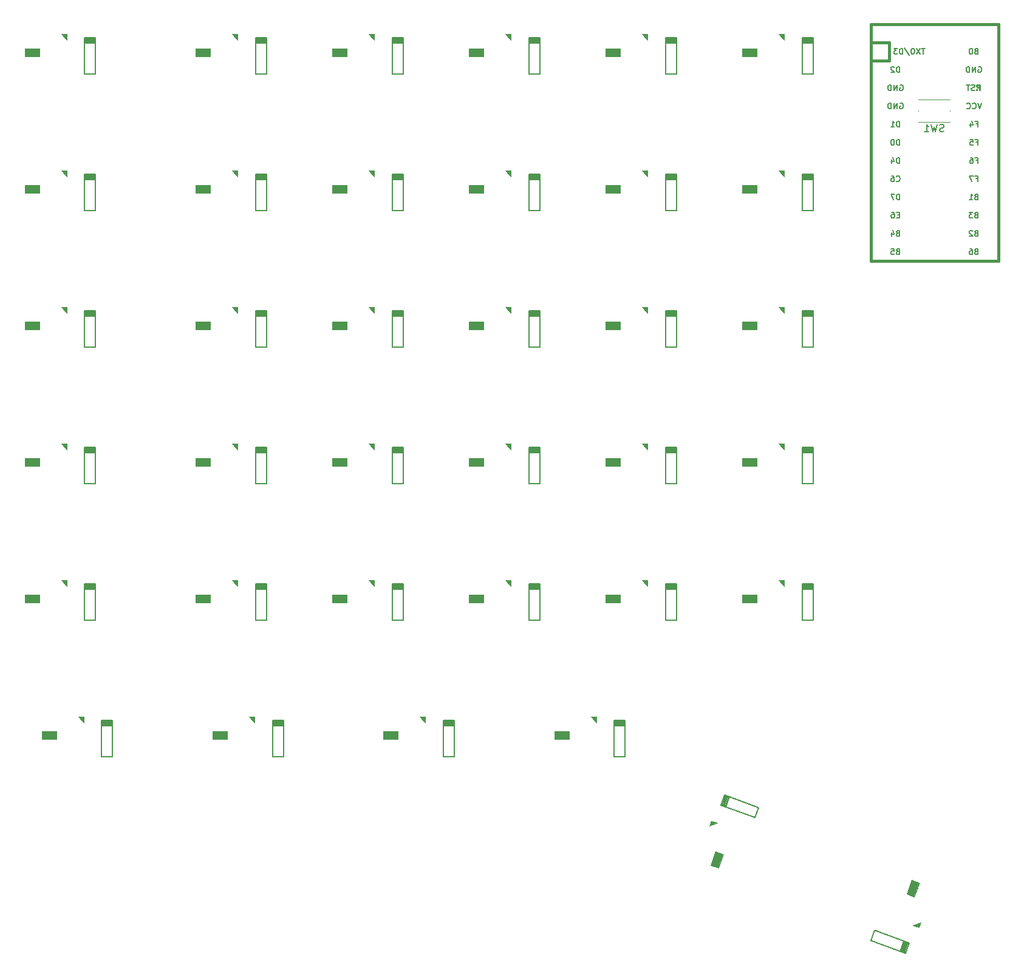
<source format=gbr>
G04 #@! TF.GenerationSoftware,KiCad,Pcbnew,(5.1.6)-1*
G04 #@! TF.CreationDate,2020-09-20T11:30:11-07:00*
G04 #@! TF.ProjectId,ortho_half,6f727468-6f5f-4686-916c-662e6b696361,rev?*
G04 #@! TF.SameCoordinates,Original*
G04 #@! TF.FileFunction,Legend,Bot*
G04 #@! TF.FilePolarity,Positive*
%FSLAX46Y46*%
G04 Gerber Fmt 4.6, Leading zero omitted, Abs format (unit mm)*
G04 Created by KiCad (PCBNEW (5.1.6)-1) date 2020-09-20 11:30:11*
%MOMM*%
%LPD*%
G01*
G04 APERTURE LIST*
%ADD10C,0.100000*%
%ADD11C,0.150000*%
%ADD12C,0.381000*%
%ADD13C,0.120000*%
G04 APERTURE END LIST*
D10*
G36*
X139245500Y-137595905D02*
G01*
X139940485Y-135686449D01*
X138866417Y-135295520D01*
X138171432Y-137204976D01*
X139245500Y-137595905D01*
G37*
X139245500Y-137595905D02*
X139940485Y-135686449D01*
X138866417Y-135295520D01*
X138171432Y-137204976D01*
X139245500Y-137595905D01*
G36*
X140112478Y-141155073D02*
G01*
X139016472Y-141567063D01*
X139851859Y-141871118D01*
X140112478Y-141155073D01*
G37*
X140112478Y-141155073D02*
X139016472Y-141567063D01*
X139851859Y-141871118D01*
X140112478Y-141155073D01*
D11*
X137801210Y-143789543D02*
X137279971Y-145221635D01*
X137920551Y-143832980D02*
X137399312Y-145265071D01*
X137518653Y-145308508D02*
X138039892Y-143876416D01*
X138397915Y-144006726D02*
X137876676Y-145438818D01*
X137757335Y-145395381D02*
X138278574Y-143963289D01*
X133743617Y-142312700D02*
X134220981Y-142486447D01*
X138159233Y-143919853D02*
X137637994Y-145351944D01*
X133222378Y-143744792D02*
X133743617Y-142312700D01*
X137996017Y-145482254D02*
X133222378Y-143744792D01*
X133743617Y-142312700D02*
X138517256Y-144050163D01*
X138517256Y-144050163D02*
X137996017Y-145482254D01*
D10*
G36*
X111535584Y-131294535D02*
G01*
X110840599Y-133203991D01*
X111914667Y-133594920D01*
X112609652Y-131685464D01*
X111535584Y-131294535D01*
G37*
X111535584Y-131294535D02*
X110840599Y-133203991D01*
X111914667Y-133594920D01*
X112609652Y-131685464D01*
X111535584Y-131294535D01*
G36*
X110668606Y-127735367D02*
G01*
X111764612Y-127323377D01*
X110929225Y-127019322D01*
X110668606Y-127735367D01*
G37*
X110668606Y-127735367D02*
X111764612Y-127323377D01*
X110929225Y-127019322D01*
X110668606Y-127735367D01*
D11*
X112979874Y-125100897D02*
X113501113Y-123668805D01*
X112860533Y-125057460D02*
X113381772Y-123625369D01*
X113262431Y-123581932D02*
X112741192Y-125014024D01*
X112383169Y-124883714D02*
X112904408Y-123451622D01*
X113023749Y-123495059D02*
X112502510Y-124927151D01*
X117037467Y-126577740D02*
X116560103Y-126403993D01*
X112621851Y-124970587D02*
X113143090Y-123538496D01*
X117558706Y-125145648D02*
X117037467Y-126577740D01*
X112785067Y-123408186D02*
X117558706Y-125145648D01*
X117037467Y-126577740D02*
X112263828Y-124840277D01*
X112263828Y-124840277D02*
X112785067Y-123408186D01*
D12*
X135737600Y-20955000D02*
X133197600Y-20955000D01*
X135737600Y-18415000D02*
X135737600Y-20955000D01*
D11*
G36*
X148132235Y-24704030D02*
G01*
X148132235Y-24804030D01*
X148232235Y-24804030D01*
X148232235Y-24704030D01*
X148132235Y-24704030D01*
G37*
X148132235Y-24704030D02*
X148132235Y-24804030D01*
X148232235Y-24804030D01*
X148232235Y-24704030D01*
X148132235Y-24704030D01*
G36*
X148332235Y-24304030D02*
G01*
X148332235Y-25104030D01*
X148432235Y-25104030D01*
X148432235Y-24304030D01*
X148332235Y-24304030D01*
G37*
X148332235Y-24304030D02*
X148332235Y-25104030D01*
X148432235Y-25104030D01*
X148432235Y-24304030D01*
X148332235Y-24304030D01*
G36*
X147932235Y-24904030D02*
G01*
X147932235Y-25104030D01*
X148032235Y-25104030D01*
X148032235Y-24904030D01*
X147932235Y-24904030D01*
G37*
X147932235Y-24904030D02*
X147932235Y-25104030D01*
X148032235Y-25104030D01*
X148032235Y-24904030D01*
X147932235Y-24904030D01*
G36*
X147932235Y-24304030D02*
G01*
X147932235Y-24604030D01*
X148032235Y-24604030D01*
X148032235Y-24304030D01*
X147932235Y-24304030D01*
G37*
X147932235Y-24304030D02*
X147932235Y-24604030D01*
X148032235Y-24604030D01*
X148032235Y-24304030D01*
X147932235Y-24304030D01*
G36*
X147932235Y-24304030D02*
G01*
X147932235Y-24404030D01*
X148432235Y-24404030D01*
X148432235Y-24304030D01*
X147932235Y-24304030D01*
G37*
X147932235Y-24304030D02*
X147932235Y-24404030D01*
X148432235Y-24404030D01*
X148432235Y-24304030D01*
X147932235Y-24304030D01*
D12*
X150977600Y-48895000D02*
X150977600Y-15875000D01*
X133197600Y-48895000D02*
X150977600Y-48895000D01*
X133197600Y-15875000D02*
X133197600Y-48895000D01*
X150977600Y-15875000D02*
X133197600Y-15875000D01*
X135737600Y-18415000D02*
X133197600Y-18415000D01*
D13*
X144211400Y-27915400D02*
X144211400Y-28015400D01*
X139811400Y-26415400D02*
X144211400Y-26415400D01*
X144211400Y-29515400D02*
X139811400Y-29515400D01*
X139811400Y-27915400D02*
X139811400Y-28015400D01*
D11*
X97404593Y-112967340D02*
X98928593Y-112967340D01*
X97404593Y-118047340D02*
X97404593Y-112967340D01*
X98928593Y-112967340D02*
X98928593Y-118047340D01*
X98928593Y-118047340D02*
X97404593Y-118047340D01*
X97404593Y-113348340D02*
X98928593Y-113348340D01*
X97404593Y-118047340D02*
X97404593Y-117539340D01*
X98928593Y-113221340D02*
X97404593Y-113221340D01*
X97404593Y-113094340D02*
X98928593Y-113094340D01*
X98928593Y-113475340D02*
X97404593Y-113475340D01*
X97404593Y-113602340D02*
X98928593Y-113602340D01*
X97404593Y-113729340D02*
X98928593Y-113729340D01*
D10*
G36*
X94138500Y-112458500D02*
G01*
X94900500Y-113347500D01*
X94900500Y-112458500D01*
X94138500Y-112458500D01*
G37*
X94138500Y-112458500D02*
X94900500Y-113347500D01*
X94900500Y-112458500D01*
X94138500Y-112458500D01*
G36*
X91090500Y-114490500D02*
G01*
X89058500Y-114490500D01*
X89058500Y-115633500D01*
X91090500Y-115633500D01*
X91090500Y-114490500D01*
G37*
X91090500Y-114490500D02*
X89058500Y-114490500D01*
X89058500Y-115633500D01*
X91090500Y-115633500D01*
X91090500Y-114490500D01*
D11*
X73592093Y-112967340D02*
X75116093Y-112967340D01*
X73592093Y-118047340D02*
X73592093Y-112967340D01*
X75116093Y-112967340D02*
X75116093Y-118047340D01*
X75116093Y-118047340D02*
X73592093Y-118047340D01*
X73592093Y-113348340D02*
X75116093Y-113348340D01*
X73592093Y-118047340D02*
X73592093Y-117539340D01*
X75116093Y-113221340D02*
X73592093Y-113221340D01*
X73592093Y-113094340D02*
X75116093Y-113094340D01*
X75116093Y-113475340D02*
X73592093Y-113475340D01*
X73592093Y-113602340D02*
X75116093Y-113602340D01*
X73592093Y-113729340D02*
X75116093Y-113729340D01*
D10*
G36*
X70326000Y-112458500D02*
G01*
X71088000Y-113347500D01*
X71088000Y-112458500D01*
X70326000Y-112458500D01*
G37*
X70326000Y-112458500D02*
X71088000Y-113347500D01*
X71088000Y-112458500D01*
X70326000Y-112458500D01*
G36*
X67278000Y-114490500D02*
G01*
X65246000Y-114490500D01*
X65246000Y-115633500D01*
X67278000Y-115633500D01*
X67278000Y-114490500D01*
G37*
X67278000Y-114490500D02*
X65246000Y-114490500D01*
X65246000Y-115633500D01*
X67278000Y-115633500D01*
X67278000Y-114490500D01*
D11*
X49779593Y-112967340D02*
X51303593Y-112967340D01*
X49779593Y-118047340D02*
X49779593Y-112967340D01*
X51303593Y-112967340D02*
X51303593Y-118047340D01*
X51303593Y-118047340D02*
X49779593Y-118047340D01*
X49779593Y-113348340D02*
X51303593Y-113348340D01*
X49779593Y-118047340D02*
X49779593Y-117539340D01*
X51303593Y-113221340D02*
X49779593Y-113221340D01*
X49779593Y-113094340D02*
X51303593Y-113094340D01*
X51303593Y-113475340D02*
X49779593Y-113475340D01*
X49779593Y-113602340D02*
X51303593Y-113602340D01*
X49779593Y-113729340D02*
X51303593Y-113729340D01*
D10*
G36*
X46513500Y-112458500D02*
G01*
X47275500Y-113347500D01*
X47275500Y-112458500D01*
X46513500Y-112458500D01*
G37*
X46513500Y-112458500D02*
X47275500Y-113347500D01*
X47275500Y-112458500D01*
X46513500Y-112458500D01*
G36*
X43465500Y-114490500D02*
G01*
X41433500Y-114490500D01*
X41433500Y-115633500D01*
X43465500Y-115633500D01*
X43465500Y-114490500D01*
G37*
X43465500Y-114490500D02*
X41433500Y-114490500D01*
X41433500Y-115633500D01*
X43465500Y-115633500D01*
X43465500Y-114490500D01*
D11*
X25967093Y-112967340D02*
X27491093Y-112967340D01*
X25967093Y-118047340D02*
X25967093Y-112967340D01*
X27491093Y-112967340D02*
X27491093Y-118047340D01*
X27491093Y-118047340D02*
X25967093Y-118047340D01*
X25967093Y-113348340D02*
X27491093Y-113348340D01*
X25967093Y-118047340D02*
X25967093Y-117539340D01*
X27491093Y-113221340D02*
X25967093Y-113221340D01*
X25967093Y-113094340D02*
X27491093Y-113094340D01*
X27491093Y-113475340D02*
X25967093Y-113475340D01*
X25967093Y-113602340D02*
X27491093Y-113602340D01*
X25967093Y-113729340D02*
X27491093Y-113729340D01*
D10*
G36*
X22701000Y-112458500D02*
G01*
X23463000Y-113347500D01*
X23463000Y-112458500D01*
X22701000Y-112458500D01*
G37*
X22701000Y-112458500D02*
X23463000Y-113347500D01*
X23463000Y-112458500D01*
X22701000Y-112458500D01*
G36*
X19653000Y-114490500D02*
G01*
X17621000Y-114490500D01*
X17621000Y-115633500D01*
X19653000Y-115633500D01*
X19653000Y-114490500D01*
G37*
X19653000Y-114490500D02*
X17621000Y-114490500D01*
X17621000Y-115633500D01*
X19653000Y-115633500D01*
X19653000Y-114490500D01*
D11*
X123598593Y-93917340D02*
X125122593Y-93917340D01*
X123598593Y-98997340D02*
X123598593Y-93917340D01*
X125122593Y-93917340D02*
X125122593Y-98997340D01*
X125122593Y-98997340D02*
X123598593Y-98997340D01*
X123598593Y-94298340D02*
X125122593Y-94298340D01*
X123598593Y-98997340D02*
X123598593Y-98489340D01*
X125122593Y-94171340D02*
X123598593Y-94171340D01*
X123598593Y-94044340D02*
X125122593Y-94044340D01*
X125122593Y-94425340D02*
X123598593Y-94425340D01*
X123598593Y-94552340D02*
X125122593Y-94552340D01*
X123598593Y-94679340D02*
X125122593Y-94679340D01*
D10*
G36*
X120332500Y-93408500D02*
G01*
X121094500Y-94297500D01*
X121094500Y-93408500D01*
X120332500Y-93408500D01*
G37*
X120332500Y-93408500D02*
X121094500Y-94297500D01*
X121094500Y-93408500D01*
X120332500Y-93408500D01*
G36*
X117284500Y-95440500D02*
G01*
X115252500Y-95440500D01*
X115252500Y-96583500D01*
X117284500Y-96583500D01*
X117284500Y-95440500D01*
G37*
X117284500Y-95440500D02*
X115252500Y-95440500D01*
X115252500Y-96583500D01*
X117284500Y-96583500D01*
X117284500Y-95440500D01*
D11*
X104548593Y-93917340D02*
X106072593Y-93917340D01*
X104548593Y-98997340D02*
X104548593Y-93917340D01*
X106072593Y-93917340D02*
X106072593Y-98997340D01*
X106072593Y-98997340D02*
X104548593Y-98997340D01*
X104548593Y-94298340D02*
X106072593Y-94298340D01*
X104548593Y-98997340D02*
X104548593Y-98489340D01*
X106072593Y-94171340D02*
X104548593Y-94171340D01*
X104548593Y-94044340D02*
X106072593Y-94044340D01*
X106072593Y-94425340D02*
X104548593Y-94425340D01*
X104548593Y-94552340D02*
X106072593Y-94552340D01*
X104548593Y-94679340D02*
X106072593Y-94679340D01*
D10*
G36*
X101282500Y-93408500D02*
G01*
X102044500Y-94297500D01*
X102044500Y-93408500D01*
X101282500Y-93408500D01*
G37*
X101282500Y-93408500D02*
X102044500Y-94297500D01*
X102044500Y-93408500D01*
X101282500Y-93408500D01*
G36*
X98234500Y-95440500D02*
G01*
X96202500Y-95440500D01*
X96202500Y-96583500D01*
X98234500Y-96583500D01*
X98234500Y-95440500D01*
G37*
X98234500Y-95440500D02*
X96202500Y-95440500D01*
X96202500Y-96583500D01*
X98234500Y-96583500D01*
X98234500Y-95440500D01*
D11*
X85498593Y-93917340D02*
X87022593Y-93917340D01*
X85498593Y-98997340D02*
X85498593Y-93917340D01*
X87022593Y-93917340D02*
X87022593Y-98997340D01*
X87022593Y-98997340D02*
X85498593Y-98997340D01*
X85498593Y-94298340D02*
X87022593Y-94298340D01*
X85498593Y-98997340D02*
X85498593Y-98489340D01*
X87022593Y-94171340D02*
X85498593Y-94171340D01*
X85498593Y-94044340D02*
X87022593Y-94044340D01*
X87022593Y-94425340D02*
X85498593Y-94425340D01*
X85498593Y-94552340D02*
X87022593Y-94552340D01*
X85498593Y-94679340D02*
X87022593Y-94679340D01*
D10*
G36*
X82232500Y-93408500D02*
G01*
X82994500Y-94297500D01*
X82994500Y-93408500D01*
X82232500Y-93408500D01*
G37*
X82232500Y-93408500D02*
X82994500Y-94297500D01*
X82994500Y-93408500D01*
X82232500Y-93408500D01*
G36*
X79184500Y-95440500D02*
G01*
X77152500Y-95440500D01*
X77152500Y-96583500D01*
X79184500Y-96583500D01*
X79184500Y-95440500D01*
G37*
X79184500Y-95440500D02*
X77152500Y-95440500D01*
X77152500Y-96583500D01*
X79184500Y-96583500D01*
X79184500Y-95440500D01*
D11*
X66448593Y-93917340D02*
X67972593Y-93917340D01*
X66448593Y-98997340D02*
X66448593Y-93917340D01*
X67972593Y-93917340D02*
X67972593Y-98997340D01*
X67972593Y-98997340D02*
X66448593Y-98997340D01*
X66448593Y-94298340D02*
X67972593Y-94298340D01*
X66448593Y-98997340D02*
X66448593Y-98489340D01*
X67972593Y-94171340D02*
X66448593Y-94171340D01*
X66448593Y-94044340D02*
X67972593Y-94044340D01*
X67972593Y-94425340D02*
X66448593Y-94425340D01*
X66448593Y-94552340D02*
X67972593Y-94552340D01*
X66448593Y-94679340D02*
X67972593Y-94679340D01*
D10*
G36*
X63182500Y-93408500D02*
G01*
X63944500Y-94297500D01*
X63944500Y-93408500D01*
X63182500Y-93408500D01*
G37*
X63182500Y-93408500D02*
X63944500Y-94297500D01*
X63944500Y-93408500D01*
X63182500Y-93408500D01*
G36*
X60134500Y-95440500D02*
G01*
X58102500Y-95440500D01*
X58102500Y-96583500D01*
X60134500Y-96583500D01*
X60134500Y-95440500D01*
G37*
X60134500Y-95440500D02*
X58102500Y-95440500D01*
X58102500Y-96583500D01*
X60134500Y-96583500D01*
X60134500Y-95440500D01*
D11*
X47398593Y-93917340D02*
X48922593Y-93917340D01*
X47398593Y-98997340D02*
X47398593Y-93917340D01*
X48922593Y-93917340D02*
X48922593Y-98997340D01*
X48922593Y-98997340D02*
X47398593Y-98997340D01*
X47398593Y-94298340D02*
X48922593Y-94298340D01*
X47398593Y-98997340D02*
X47398593Y-98489340D01*
X48922593Y-94171340D02*
X47398593Y-94171340D01*
X47398593Y-94044340D02*
X48922593Y-94044340D01*
X48922593Y-94425340D02*
X47398593Y-94425340D01*
X47398593Y-94552340D02*
X48922593Y-94552340D01*
X47398593Y-94679340D02*
X48922593Y-94679340D01*
D10*
G36*
X44132500Y-93408500D02*
G01*
X44894500Y-94297500D01*
X44894500Y-93408500D01*
X44132500Y-93408500D01*
G37*
X44132500Y-93408500D02*
X44894500Y-94297500D01*
X44894500Y-93408500D01*
X44132500Y-93408500D01*
G36*
X41084500Y-95440500D02*
G01*
X39052500Y-95440500D01*
X39052500Y-96583500D01*
X41084500Y-96583500D01*
X41084500Y-95440500D01*
G37*
X41084500Y-95440500D02*
X39052500Y-95440500D01*
X39052500Y-96583500D01*
X41084500Y-96583500D01*
X41084500Y-95440500D01*
G36*
X17272500Y-95440500D02*
G01*
X15240500Y-95440500D01*
X15240500Y-96583500D01*
X17272500Y-96583500D01*
X17272500Y-95440500D01*
G37*
X17272500Y-95440500D02*
X15240500Y-95440500D01*
X15240500Y-96583500D01*
X17272500Y-96583500D01*
X17272500Y-95440500D01*
G36*
X20320500Y-93408500D02*
G01*
X21082500Y-94297500D01*
X21082500Y-93408500D01*
X20320500Y-93408500D01*
G37*
X20320500Y-93408500D02*
X21082500Y-94297500D01*
X21082500Y-93408500D01*
X20320500Y-93408500D01*
D11*
X23586593Y-94679340D02*
X25110593Y-94679340D01*
X23586593Y-94552340D02*
X25110593Y-94552340D01*
X25110593Y-94425340D02*
X23586593Y-94425340D01*
X23586593Y-94044340D02*
X25110593Y-94044340D01*
X25110593Y-94171340D02*
X23586593Y-94171340D01*
X23586593Y-98997340D02*
X23586593Y-98489340D01*
X23586593Y-94298340D02*
X25110593Y-94298340D01*
X25110593Y-98997340D02*
X23586593Y-98997340D01*
X25110593Y-93917340D02*
X25110593Y-98997340D01*
X23586593Y-98997340D02*
X23586593Y-93917340D01*
X23586593Y-93917340D02*
X25110593Y-93917340D01*
X123598593Y-74867340D02*
X125122593Y-74867340D01*
X123598593Y-79947340D02*
X123598593Y-74867340D01*
X125122593Y-74867340D02*
X125122593Y-79947340D01*
X125122593Y-79947340D02*
X123598593Y-79947340D01*
X123598593Y-75248340D02*
X125122593Y-75248340D01*
X123598593Y-79947340D02*
X123598593Y-79439340D01*
X125122593Y-75121340D02*
X123598593Y-75121340D01*
X123598593Y-74994340D02*
X125122593Y-74994340D01*
X125122593Y-75375340D02*
X123598593Y-75375340D01*
X123598593Y-75502340D02*
X125122593Y-75502340D01*
X123598593Y-75629340D02*
X125122593Y-75629340D01*
D10*
G36*
X120332500Y-74358500D02*
G01*
X121094500Y-75247500D01*
X121094500Y-74358500D01*
X120332500Y-74358500D01*
G37*
X120332500Y-74358500D02*
X121094500Y-75247500D01*
X121094500Y-74358500D01*
X120332500Y-74358500D01*
G36*
X117284500Y-76390500D02*
G01*
X115252500Y-76390500D01*
X115252500Y-77533500D01*
X117284500Y-77533500D01*
X117284500Y-76390500D01*
G37*
X117284500Y-76390500D02*
X115252500Y-76390500D01*
X115252500Y-77533500D01*
X117284500Y-77533500D01*
X117284500Y-76390500D01*
D11*
X104548593Y-74867340D02*
X106072593Y-74867340D01*
X104548593Y-79947340D02*
X104548593Y-74867340D01*
X106072593Y-74867340D02*
X106072593Y-79947340D01*
X106072593Y-79947340D02*
X104548593Y-79947340D01*
X104548593Y-75248340D02*
X106072593Y-75248340D01*
X104548593Y-79947340D02*
X104548593Y-79439340D01*
X106072593Y-75121340D02*
X104548593Y-75121340D01*
X104548593Y-74994340D02*
X106072593Y-74994340D01*
X106072593Y-75375340D02*
X104548593Y-75375340D01*
X104548593Y-75502340D02*
X106072593Y-75502340D01*
X104548593Y-75629340D02*
X106072593Y-75629340D01*
D10*
G36*
X101282500Y-74358500D02*
G01*
X102044500Y-75247500D01*
X102044500Y-74358500D01*
X101282500Y-74358500D01*
G37*
X101282500Y-74358500D02*
X102044500Y-75247500D01*
X102044500Y-74358500D01*
X101282500Y-74358500D01*
G36*
X98234500Y-76390500D02*
G01*
X96202500Y-76390500D01*
X96202500Y-77533500D01*
X98234500Y-77533500D01*
X98234500Y-76390500D01*
G37*
X98234500Y-76390500D02*
X96202500Y-76390500D01*
X96202500Y-77533500D01*
X98234500Y-77533500D01*
X98234500Y-76390500D01*
D11*
X85498593Y-74867340D02*
X87022593Y-74867340D01*
X85498593Y-79947340D02*
X85498593Y-74867340D01*
X87022593Y-74867340D02*
X87022593Y-79947340D01*
X87022593Y-79947340D02*
X85498593Y-79947340D01*
X85498593Y-75248340D02*
X87022593Y-75248340D01*
X85498593Y-79947340D02*
X85498593Y-79439340D01*
X87022593Y-75121340D02*
X85498593Y-75121340D01*
X85498593Y-74994340D02*
X87022593Y-74994340D01*
X87022593Y-75375340D02*
X85498593Y-75375340D01*
X85498593Y-75502340D02*
X87022593Y-75502340D01*
X85498593Y-75629340D02*
X87022593Y-75629340D01*
D10*
G36*
X82232500Y-74358500D02*
G01*
X82994500Y-75247500D01*
X82994500Y-74358500D01*
X82232500Y-74358500D01*
G37*
X82232500Y-74358500D02*
X82994500Y-75247500D01*
X82994500Y-74358500D01*
X82232500Y-74358500D01*
G36*
X79184500Y-76390500D02*
G01*
X77152500Y-76390500D01*
X77152500Y-77533500D01*
X79184500Y-77533500D01*
X79184500Y-76390500D01*
G37*
X79184500Y-76390500D02*
X77152500Y-76390500D01*
X77152500Y-77533500D01*
X79184500Y-77533500D01*
X79184500Y-76390500D01*
D11*
X66448593Y-74867340D02*
X67972593Y-74867340D01*
X66448593Y-79947340D02*
X66448593Y-74867340D01*
X67972593Y-74867340D02*
X67972593Y-79947340D01*
X67972593Y-79947340D02*
X66448593Y-79947340D01*
X66448593Y-75248340D02*
X67972593Y-75248340D01*
X66448593Y-79947340D02*
X66448593Y-79439340D01*
X67972593Y-75121340D02*
X66448593Y-75121340D01*
X66448593Y-74994340D02*
X67972593Y-74994340D01*
X67972593Y-75375340D02*
X66448593Y-75375340D01*
X66448593Y-75502340D02*
X67972593Y-75502340D01*
X66448593Y-75629340D02*
X67972593Y-75629340D01*
D10*
G36*
X63182500Y-74358500D02*
G01*
X63944500Y-75247500D01*
X63944500Y-74358500D01*
X63182500Y-74358500D01*
G37*
X63182500Y-74358500D02*
X63944500Y-75247500D01*
X63944500Y-74358500D01*
X63182500Y-74358500D01*
G36*
X60134500Y-76390500D02*
G01*
X58102500Y-76390500D01*
X58102500Y-77533500D01*
X60134500Y-77533500D01*
X60134500Y-76390500D01*
G37*
X60134500Y-76390500D02*
X58102500Y-76390500D01*
X58102500Y-77533500D01*
X60134500Y-77533500D01*
X60134500Y-76390500D01*
D11*
X47398593Y-74867340D02*
X48922593Y-74867340D01*
X47398593Y-79947340D02*
X47398593Y-74867340D01*
X48922593Y-74867340D02*
X48922593Y-79947340D01*
X48922593Y-79947340D02*
X47398593Y-79947340D01*
X47398593Y-75248340D02*
X48922593Y-75248340D01*
X47398593Y-79947340D02*
X47398593Y-79439340D01*
X48922593Y-75121340D02*
X47398593Y-75121340D01*
X47398593Y-74994340D02*
X48922593Y-74994340D01*
X48922593Y-75375340D02*
X47398593Y-75375340D01*
X47398593Y-75502340D02*
X48922593Y-75502340D01*
X47398593Y-75629340D02*
X48922593Y-75629340D01*
D10*
G36*
X44132500Y-74358500D02*
G01*
X44894500Y-75247500D01*
X44894500Y-74358500D01*
X44132500Y-74358500D01*
G37*
X44132500Y-74358500D02*
X44894500Y-75247500D01*
X44894500Y-74358500D01*
X44132500Y-74358500D01*
G36*
X41084500Y-76390500D02*
G01*
X39052500Y-76390500D01*
X39052500Y-77533500D01*
X41084500Y-77533500D01*
X41084500Y-76390500D01*
G37*
X41084500Y-76390500D02*
X39052500Y-76390500D01*
X39052500Y-77533500D01*
X41084500Y-77533500D01*
X41084500Y-76390500D01*
G36*
X17272500Y-76390500D02*
G01*
X15240500Y-76390500D01*
X15240500Y-77533500D01*
X17272500Y-77533500D01*
X17272500Y-76390500D01*
G37*
X17272500Y-76390500D02*
X15240500Y-76390500D01*
X15240500Y-77533500D01*
X17272500Y-77533500D01*
X17272500Y-76390500D01*
G36*
X20320500Y-74358500D02*
G01*
X21082500Y-75247500D01*
X21082500Y-74358500D01*
X20320500Y-74358500D01*
G37*
X20320500Y-74358500D02*
X21082500Y-75247500D01*
X21082500Y-74358500D01*
X20320500Y-74358500D01*
D11*
X23586593Y-75629340D02*
X25110593Y-75629340D01*
X23586593Y-75502340D02*
X25110593Y-75502340D01*
X25110593Y-75375340D02*
X23586593Y-75375340D01*
X23586593Y-74994340D02*
X25110593Y-74994340D01*
X25110593Y-75121340D02*
X23586593Y-75121340D01*
X23586593Y-79947340D02*
X23586593Y-79439340D01*
X23586593Y-75248340D02*
X25110593Y-75248340D01*
X25110593Y-79947340D02*
X23586593Y-79947340D01*
X25110593Y-74867340D02*
X25110593Y-79947340D01*
X23586593Y-79947340D02*
X23586593Y-74867340D01*
X23586593Y-74867340D02*
X25110593Y-74867340D01*
X123598593Y-55817340D02*
X125122593Y-55817340D01*
X123598593Y-60897340D02*
X123598593Y-55817340D01*
X125122593Y-55817340D02*
X125122593Y-60897340D01*
X125122593Y-60897340D02*
X123598593Y-60897340D01*
X123598593Y-56198340D02*
X125122593Y-56198340D01*
X123598593Y-60897340D02*
X123598593Y-60389340D01*
X125122593Y-56071340D02*
X123598593Y-56071340D01*
X123598593Y-55944340D02*
X125122593Y-55944340D01*
X125122593Y-56325340D02*
X123598593Y-56325340D01*
X123598593Y-56452340D02*
X125122593Y-56452340D01*
X123598593Y-56579340D02*
X125122593Y-56579340D01*
D10*
G36*
X120332500Y-55308500D02*
G01*
X121094500Y-56197500D01*
X121094500Y-55308500D01*
X120332500Y-55308500D01*
G37*
X120332500Y-55308500D02*
X121094500Y-56197500D01*
X121094500Y-55308500D01*
X120332500Y-55308500D01*
G36*
X117284500Y-57340500D02*
G01*
X115252500Y-57340500D01*
X115252500Y-58483500D01*
X117284500Y-58483500D01*
X117284500Y-57340500D01*
G37*
X117284500Y-57340500D02*
X115252500Y-57340500D01*
X115252500Y-58483500D01*
X117284500Y-58483500D01*
X117284500Y-57340500D01*
D11*
X104548593Y-55817340D02*
X106072593Y-55817340D01*
X104548593Y-60897340D02*
X104548593Y-55817340D01*
X106072593Y-55817340D02*
X106072593Y-60897340D01*
X106072593Y-60897340D02*
X104548593Y-60897340D01*
X104548593Y-56198340D02*
X106072593Y-56198340D01*
X104548593Y-60897340D02*
X104548593Y-60389340D01*
X106072593Y-56071340D02*
X104548593Y-56071340D01*
X104548593Y-55944340D02*
X106072593Y-55944340D01*
X106072593Y-56325340D02*
X104548593Y-56325340D01*
X104548593Y-56452340D02*
X106072593Y-56452340D01*
X104548593Y-56579340D02*
X106072593Y-56579340D01*
D10*
G36*
X101282500Y-55308500D02*
G01*
X102044500Y-56197500D01*
X102044500Y-55308500D01*
X101282500Y-55308500D01*
G37*
X101282500Y-55308500D02*
X102044500Y-56197500D01*
X102044500Y-55308500D01*
X101282500Y-55308500D01*
G36*
X98234500Y-57340500D02*
G01*
X96202500Y-57340500D01*
X96202500Y-58483500D01*
X98234500Y-58483500D01*
X98234500Y-57340500D01*
G37*
X98234500Y-57340500D02*
X96202500Y-57340500D01*
X96202500Y-58483500D01*
X98234500Y-58483500D01*
X98234500Y-57340500D01*
D11*
X85498593Y-55817340D02*
X87022593Y-55817340D01*
X85498593Y-60897340D02*
X85498593Y-55817340D01*
X87022593Y-55817340D02*
X87022593Y-60897340D01*
X87022593Y-60897340D02*
X85498593Y-60897340D01*
X85498593Y-56198340D02*
X87022593Y-56198340D01*
X85498593Y-60897340D02*
X85498593Y-60389340D01*
X87022593Y-56071340D02*
X85498593Y-56071340D01*
X85498593Y-55944340D02*
X87022593Y-55944340D01*
X87022593Y-56325340D02*
X85498593Y-56325340D01*
X85498593Y-56452340D02*
X87022593Y-56452340D01*
X85498593Y-56579340D02*
X87022593Y-56579340D01*
D10*
G36*
X82232500Y-55308500D02*
G01*
X82994500Y-56197500D01*
X82994500Y-55308500D01*
X82232500Y-55308500D01*
G37*
X82232500Y-55308500D02*
X82994500Y-56197500D01*
X82994500Y-55308500D01*
X82232500Y-55308500D01*
G36*
X79184500Y-57340500D02*
G01*
X77152500Y-57340500D01*
X77152500Y-58483500D01*
X79184500Y-58483500D01*
X79184500Y-57340500D01*
G37*
X79184500Y-57340500D02*
X77152500Y-57340500D01*
X77152500Y-58483500D01*
X79184500Y-58483500D01*
X79184500Y-57340500D01*
D11*
X66448593Y-55817340D02*
X67972593Y-55817340D01*
X66448593Y-60897340D02*
X66448593Y-55817340D01*
X67972593Y-55817340D02*
X67972593Y-60897340D01*
X67972593Y-60897340D02*
X66448593Y-60897340D01*
X66448593Y-56198340D02*
X67972593Y-56198340D01*
X66448593Y-60897340D02*
X66448593Y-60389340D01*
X67972593Y-56071340D02*
X66448593Y-56071340D01*
X66448593Y-55944340D02*
X67972593Y-55944340D01*
X67972593Y-56325340D02*
X66448593Y-56325340D01*
X66448593Y-56452340D02*
X67972593Y-56452340D01*
X66448593Y-56579340D02*
X67972593Y-56579340D01*
D10*
G36*
X63182500Y-55308500D02*
G01*
X63944500Y-56197500D01*
X63944500Y-55308500D01*
X63182500Y-55308500D01*
G37*
X63182500Y-55308500D02*
X63944500Y-56197500D01*
X63944500Y-55308500D01*
X63182500Y-55308500D01*
G36*
X60134500Y-57340500D02*
G01*
X58102500Y-57340500D01*
X58102500Y-58483500D01*
X60134500Y-58483500D01*
X60134500Y-57340500D01*
G37*
X60134500Y-57340500D02*
X58102500Y-57340500D01*
X58102500Y-58483500D01*
X60134500Y-58483500D01*
X60134500Y-57340500D01*
D11*
X47398593Y-55817340D02*
X48922593Y-55817340D01*
X47398593Y-60897340D02*
X47398593Y-55817340D01*
X48922593Y-55817340D02*
X48922593Y-60897340D01*
X48922593Y-60897340D02*
X47398593Y-60897340D01*
X47398593Y-56198340D02*
X48922593Y-56198340D01*
X47398593Y-60897340D02*
X47398593Y-60389340D01*
X48922593Y-56071340D02*
X47398593Y-56071340D01*
X47398593Y-55944340D02*
X48922593Y-55944340D01*
X48922593Y-56325340D02*
X47398593Y-56325340D01*
X47398593Y-56452340D02*
X48922593Y-56452340D01*
X47398593Y-56579340D02*
X48922593Y-56579340D01*
D10*
G36*
X44132500Y-55308500D02*
G01*
X44894500Y-56197500D01*
X44894500Y-55308500D01*
X44132500Y-55308500D01*
G37*
X44132500Y-55308500D02*
X44894500Y-56197500D01*
X44894500Y-55308500D01*
X44132500Y-55308500D01*
G36*
X41084500Y-57340500D02*
G01*
X39052500Y-57340500D01*
X39052500Y-58483500D01*
X41084500Y-58483500D01*
X41084500Y-57340500D01*
G37*
X41084500Y-57340500D02*
X39052500Y-57340500D01*
X39052500Y-58483500D01*
X41084500Y-58483500D01*
X41084500Y-57340500D01*
G36*
X17272500Y-57340500D02*
G01*
X15240500Y-57340500D01*
X15240500Y-58483500D01*
X17272500Y-58483500D01*
X17272500Y-57340500D01*
G37*
X17272500Y-57340500D02*
X15240500Y-57340500D01*
X15240500Y-58483500D01*
X17272500Y-58483500D01*
X17272500Y-57340500D01*
G36*
X20320500Y-55308500D02*
G01*
X21082500Y-56197500D01*
X21082500Y-55308500D01*
X20320500Y-55308500D01*
G37*
X20320500Y-55308500D02*
X21082500Y-56197500D01*
X21082500Y-55308500D01*
X20320500Y-55308500D01*
D11*
X23586593Y-56579340D02*
X25110593Y-56579340D01*
X23586593Y-56452340D02*
X25110593Y-56452340D01*
X25110593Y-56325340D02*
X23586593Y-56325340D01*
X23586593Y-55944340D02*
X25110593Y-55944340D01*
X25110593Y-56071340D02*
X23586593Y-56071340D01*
X23586593Y-60897340D02*
X23586593Y-60389340D01*
X23586593Y-56198340D02*
X25110593Y-56198340D01*
X25110593Y-60897340D02*
X23586593Y-60897340D01*
X25110593Y-55817340D02*
X25110593Y-60897340D01*
X23586593Y-60897340D02*
X23586593Y-55817340D01*
X23586593Y-55817340D02*
X25110593Y-55817340D01*
X123598593Y-36767340D02*
X125122593Y-36767340D01*
X123598593Y-41847340D02*
X123598593Y-36767340D01*
X125122593Y-36767340D02*
X125122593Y-41847340D01*
X125122593Y-41847340D02*
X123598593Y-41847340D01*
X123598593Y-37148340D02*
X125122593Y-37148340D01*
X123598593Y-41847340D02*
X123598593Y-41339340D01*
X125122593Y-37021340D02*
X123598593Y-37021340D01*
X123598593Y-36894340D02*
X125122593Y-36894340D01*
X125122593Y-37275340D02*
X123598593Y-37275340D01*
X123598593Y-37402340D02*
X125122593Y-37402340D01*
X123598593Y-37529340D02*
X125122593Y-37529340D01*
D10*
G36*
X120332500Y-36258500D02*
G01*
X121094500Y-37147500D01*
X121094500Y-36258500D01*
X120332500Y-36258500D01*
G37*
X120332500Y-36258500D02*
X121094500Y-37147500D01*
X121094500Y-36258500D01*
X120332500Y-36258500D01*
G36*
X117284500Y-38290500D02*
G01*
X115252500Y-38290500D01*
X115252500Y-39433500D01*
X117284500Y-39433500D01*
X117284500Y-38290500D01*
G37*
X117284500Y-38290500D02*
X115252500Y-38290500D01*
X115252500Y-39433500D01*
X117284500Y-39433500D01*
X117284500Y-38290500D01*
D11*
X104548593Y-36767340D02*
X106072593Y-36767340D01*
X104548593Y-41847340D02*
X104548593Y-36767340D01*
X106072593Y-36767340D02*
X106072593Y-41847340D01*
X106072593Y-41847340D02*
X104548593Y-41847340D01*
X104548593Y-37148340D02*
X106072593Y-37148340D01*
X104548593Y-41847340D02*
X104548593Y-41339340D01*
X106072593Y-37021340D02*
X104548593Y-37021340D01*
X104548593Y-36894340D02*
X106072593Y-36894340D01*
X106072593Y-37275340D02*
X104548593Y-37275340D01*
X104548593Y-37402340D02*
X106072593Y-37402340D01*
X104548593Y-37529340D02*
X106072593Y-37529340D01*
D10*
G36*
X101282500Y-36258500D02*
G01*
X102044500Y-37147500D01*
X102044500Y-36258500D01*
X101282500Y-36258500D01*
G37*
X101282500Y-36258500D02*
X102044500Y-37147500D01*
X102044500Y-36258500D01*
X101282500Y-36258500D01*
G36*
X98234500Y-38290500D02*
G01*
X96202500Y-38290500D01*
X96202500Y-39433500D01*
X98234500Y-39433500D01*
X98234500Y-38290500D01*
G37*
X98234500Y-38290500D02*
X96202500Y-38290500D01*
X96202500Y-39433500D01*
X98234500Y-39433500D01*
X98234500Y-38290500D01*
D11*
X85498593Y-36767340D02*
X87022593Y-36767340D01*
X85498593Y-41847340D02*
X85498593Y-36767340D01*
X87022593Y-36767340D02*
X87022593Y-41847340D01*
X87022593Y-41847340D02*
X85498593Y-41847340D01*
X85498593Y-37148340D02*
X87022593Y-37148340D01*
X85498593Y-41847340D02*
X85498593Y-41339340D01*
X87022593Y-37021340D02*
X85498593Y-37021340D01*
X85498593Y-36894340D02*
X87022593Y-36894340D01*
X87022593Y-37275340D02*
X85498593Y-37275340D01*
X85498593Y-37402340D02*
X87022593Y-37402340D01*
X85498593Y-37529340D02*
X87022593Y-37529340D01*
D10*
G36*
X82232500Y-36258500D02*
G01*
X82994500Y-37147500D01*
X82994500Y-36258500D01*
X82232500Y-36258500D01*
G37*
X82232500Y-36258500D02*
X82994500Y-37147500D01*
X82994500Y-36258500D01*
X82232500Y-36258500D01*
G36*
X79184500Y-38290500D02*
G01*
X77152500Y-38290500D01*
X77152500Y-39433500D01*
X79184500Y-39433500D01*
X79184500Y-38290500D01*
G37*
X79184500Y-38290500D02*
X77152500Y-38290500D01*
X77152500Y-39433500D01*
X79184500Y-39433500D01*
X79184500Y-38290500D01*
D11*
X66448593Y-36767340D02*
X67972593Y-36767340D01*
X66448593Y-41847340D02*
X66448593Y-36767340D01*
X67972593Y-36767340D02*
X67972593Y-41847340D01*
X67972593Y-41847340D02*
X66448593Y-41847340D01*
X66448593Y-37148340D02*
X67972593Y-37148340D01*
X66448593Y-41847340D02*
X66448593Y-41339340D01*
X67972593Y-37021340D02*
X66448593Y-37021340D01*
X66448593Y-36894340D02*
X67972593Y-36894340D01*
X67972593Y-37275340D02*
X66448593Y-37275340D01*
X66448593Y-37402340D02*
X67972593Y-37402340D01*
X66448593Y-37529340D02*
X67972593Y-37529340D01*
D10*
G36*
X63182500Y-36258500D02*
G01*
X63944500Y-37147500D01*
X63944500Y-36258500D01*
X63182500Y-36258500D01*
G37*
X63182500Y-36258500D02*
X63944500Y-37147500D01*
X63944500Y-36258500D01*
X63182500Y-36258500D01*
G36*
X60134500Y-38290500D02*
G01*
X58102500Y-38290500D01*
X58102500Y-39433500D01*
X60134500Y-39433500D01*
X60134500Y-38290500D01*
G37*
X60134500Y-38290500D02*
X58102500Y-38290500D01*
X58102500Y-39433500D01*
X60134500Y-39433500D01*
X60134500Y-38290500D01*
D11*
X47398593Y-36767340D02*
X48922593Y-36767340D01*
X47398593Y-41847340D02*
X47398593Y-36767340D01*
X48922593Y-36767340D02*
X48922593Y-41847340D01*
X48922593Y-41847340D02*
X47398593Y-41847340D01*
X47398593Y-37148340D02*
X48922593Y-37148340D01*
X47398593Y-41847340D02*
X47398593Y-41339340D01*
X48922593Y-37021340D02*
X47398593Y-37021340D01*
X47398593Y-36894340D02*
X48922593Y-36894340D01*
X48922593Y-37275340D02*
X47398593Y-37275340D01*
X47398593Y-37402340D02*
X48922593Y-37402340D01*
X47398593Y-37529340D02*
X48922593Y-37529340D01*
D10*
G36*
X44132500Y-36258500D02*
G01*
X44894500Y-37147500D01*
X44894500Y-36258500D01*
X44132500Y-36258500D01*
G37*
X44132500Y-36258500D02*
X44894500Y-37147500D01*
X44894500Y-36258500D01*
X44132500Y-36258500D01*
G36*
X41084500Y-38290500D02*
G01*
X39052500Y-38290500D01*
X39052500Y-39433500D01*
X41084500Y-39433500D01*
X41084500Y-38290500D01*
G37*
X41084500Y-38290500D02*
X39052500Y-38290500D01*
X39052500Y-39433500D01*
X41084500Y-39433500D01*
X41084500Y-38290500D01*
G36*
X17272500Y-38290500D02*
G01*
X15240500Y-38290500D01*
X15240500Y-39433500D01*
X17272500Y-39433500D01*
X17272500Y-38290500D01*
G37*
X17272500Y-38290500D02*
X15240500Y-38290500D01*
X15240500Y-39433500D01*
X17272500Y-39433500D01*
X17272500Y-38290500D01*
G36*
X20320500Y-36258500D02*
G01*
X21082500Y-37147500D01*
X21082500Y-36258500D01*
X20320500Y-36258500D01*
G37*
X20320500Y-36258500D02*
X21082500Y-37147500D01*
X21082500Y-36258500D01*
X20320500Y-36258500D01*
D11*
X23586593Y-37529340D02*
X25110593Y-37529340D01*
X23586593Y-37402340D02*
X25110593Y-37402340D01*
X25110593Y-37275340D02*
X23586593Y-37275340D01*
X23586593Y-36894340D02*
X25110593Y-36894340D01*
X25110593Y-37021340D02*
X23586593Y-37021340D01*
X23586593Y-41847340D02*
X23586593Y-41339340D01*
X23586593Y-37148340D02*
X25110593Y-37148340D01*
X25110593Y-41847340D02*
X23586593Y-41847340D01*
X25110593Y-36767340D02*
X25110593Y-41847340D01*
X23586593Y-41847340D02*
X23586593Y-36767340D01*
X23586593Y-36767340D02*
X25110593Y-36767340D01*
X123598593Y-17717340D02*
X125122593Y-17717340D01*
X123598593Y-22797340D02*
X123598593Y-17717340D01*
X125122593Y-17717340D02*
X125122593Y-22797340D01*
X125122593Y-22797340D02*
X123598593Y-22797340D01*
X123598593Y-18098340D02*
X125122593Y-18098340D01*
X123598593Y-22797340D02*
X123598593Y-22289340D01*
X125122593Y-17971340D02*
X123598593Y-17971340D01*
X123598593Y-17844340D02*
X125122593Y-17844340D01*
X125122593Y-18225340D02*
X123598593Y-18225340D01*
X123598593Y-18352340D02*
X125122593Y-18352340D01*
X123598593Y-18479340D02*
X125122593Y-18479340D01*
D10*
G36*
X120332500Y-17208500D02*
G01*
X121094500Y-18097500D01*
X121094500Y-17208500D01*
X120332500Y-17208500D01*
G37*
X120332500Y-17208500D02*
X121094500Y-18097500D01*
X121094500Y-17208500D01*
X120332500Y-17208500D01*
G36*
X117284500Y-19240500D02*
G01*
X115252500Y-19240500D01*
X115252500Y-20383500D01*
X117284500Y-20383500D01*
X117284500Y-19240500D01*
G37*
X117284500Y-19240500D02*
X115252500Y-19240500D01*
X115252500Y-20383500D01*
X117284500Y-20383500D01*
X117284500Y-19240500D01*
D11*
X104548593Y-17717340D02*
X106072593Y-17717340D01*
X104548593Y-22797340D02*
X104548593Y-17717340D01*
X106072593Y-17717340D02*
X106072593Y-22797340D01*
X106072593Y-22797340D02*
X104548593Y-22797340D01*
X104548593Y-18098340D02*
X106072593Y-18098340D01*
X104548593Y-22797340D02*
X104548593Y-22289340D01*
X106072593Y-17971340D02*
X104548593Y-17971340D01*
X104548593Y-17844340D02*
X106072593Y-17844340D01*
X106072593Y-18225340D02*
X104548593Y-18225340D01*
X104548593Y-18352340D02*
X106072593Y-18352340D01*
X104548593Y-18479340D02*
X106072593Y-18479340D01*
D10*
G36*
X101282500Y-17208500D02*
G01*
X102044500Y-18097500D01*
X102044500Y-17208500D01*
X101282500Y-17208500D01*
G37*
X101282500Y-17208500D02*
X102044500Y-18097500D01*
X102044500Y-17208500D01*
X101282500Y-17208500D01*
G36*
X98234500Y-19240500D02*
G01*
X96202500Y-19240500D01*
X96202500Y-20383500D01*
X98234500Y-20383500D01*
X98234500Y-19240500D01*
G37*
X98234500Y-19240500D02*
X96202500Y-19240500D01*
X96202500Y-20383500D01*
X98234500Y-20383500D01*
X98234500Y-19240500D01*
D11*
X85498593Y-17717340D02*
X87022593Y-17717340D01*
X85498593Y-22797340D02*
X85498593Y-17717340D01*
X87022593Y-17717340D02*
X87022593Y-22797340D01*
X87022593Y-22797340D02*
X85498593Y-22797340D01*
X85498593Y-18098340D02*
X87022593Y-18098340D01*
X85498593Y-22797340D02*
X85498593Y-22289340D01*
X87022593Y-17971340D02*
X85498593Y-17971340D01*
X85498593Y-17844340D02*
X87022593Y-17844340D01*
X87022593Y-18225340D02*
X85498593Y-18225340D01*
X85498593Y-18352340D02*
X87022593Y-18352340D01*
X85498593Y-18479340D02*
X87022593Y-18479340D01*
D10*
G36*
X82232500Y-17208500D02*
G01*
X82994500Y-18097500D01*
X82994500Y-17208500D01*
X82232500Y-17208500D01*
G37*
X82232500Y-17208500D02*
X82994500Y-18097500D01*
X82994500Y-17208500D01*
X82232500Y-17208500D01*
G36*
X79184500Y-19240500D02*
G01*
X77152500Y-19240500D01*
X77152500Y-20383500D01*
X79184500Y-20383500D01*
X79184500Y-19240500D01*
G37*
X79184500Y-19240500D02*
X77152500Y-19240500D01*
X77152500Y-20383500D01*
X79184500Y-20383500D01*
X79184500Y-19240500D01*
D11*
X66448593Y-17717340D02*
X67972593Y-17717340D01*
X66448593Y-22797340D02*
X66448593Y-17717340D01*
X67972593Y-17717340D02*
X67972593Y-22797340D01*
X67972593Y-22797340D02*
X66448593Y-22797340D01*
X66448593Y-18098340D02*
X67972593Y-18098340D01*
X66448593Y-22797340D02*
X66448593Y-22289340D01*
X67972593Y-17971340D02*
X66448593Y-17971340D01*
X66448593Y-17844340D02*
X67972593Y-17844340D01*
X67972593Y-18225340D02*
X66448593Y-18225340D01*
X66448593Y-18352340D02*
X67972593Y-18352340D01*
X66448593Y-18479340D02*
X67972593Y-18479340D01*
D10*
G36*
X63182500Y-17208500D02*
G01*
X63944500Y-18097500D01*
X63944500Y-17208500D01*
X63182500Y-17208500D01*
G37*
X63182500Y-17208500D02*
X63944500Y-18097500D01*
X63944500Y-17208500D01*
X63182500Y-17208500D01*
G36*
X60134500Y-19240500D02*
G01*
X58102500Y-19240500D01*
X58102500Y-20383500D01*
X60134500Y-20383500D01*
X60134500Y-19240500D01*
G37*
X60134500Y-19240500D02*
X58102500Y-19240500D01*
X58102500Y-20383500D01*
X60134500Y-20383500D01*
X60134500Y-19240500D01*
D11*
X47398593Y-17717340D02*
X48922593Y-17717340D01*
X47398593Y-22797340D02*
X47398593Y-17717340D01*
X48922593Y-17717340D02*
X48922593Y-22797340D01*
X48922593Y-22797340D02*
X47398593Y-22797340D01*
X47398593Y-18098340D02*
X48922593Y-18098340D01*
X47398593Y-22797340D02*
X47398593Y-22289340D01*
X48922593Y-17971340D02*
X47398593Y-17971340D01*
X47398593Y-17844340D02*
X48922593Y-17844340D01*
X48922593Y-18225340D02*
X47398593Y-18225340D01*
X47398593Y-18352340D02*
X48922593Y-18352340D01*
X47398593Y-18479340D02*
X48922593Y-18479340D01*
D10*
G36*
X44132500Y-17208500D02*
G01*
X44894500Y-18097500D01*
X44894500Y-17208500D01*
X44132500Y-17208500D01*
G37*
X44132500Y-17208500D02*
X44894500Y-18097500D01*
X44894500Y-17208500D01*
X44132500Y-17208500D01*
G36*
X41084500Y-19240500D02*
G01*
X39052500Y-19240500D01*
X39052500Y-20383500D01*
X41084500Y-20383500D01*
X41084500Y-19240500D01*
G37*
X41084500Y-19240500D02*
X39052500Y-19240500D01*
X39052500Y-20383500D01*
X41084500Y-20383500D01*
X41084500Y-19240500D01*
G36*
X17272500Y-19240500D02*
G01*
X15240500Y-19240500D01*
X15240500Y-20383500D01*
X17272500Y-20383500D01*
X17272500Y-19240500D01*
G37*
X17272500Y-19240500D02*
X15240500Y-19240500D01*
X15240500Y-20383500D01*
X17272500Y-20383500D01*
X17272500Y-19240500D01*
G36*
X20320500Y-17208500D02*
G01*
X21082500Y-18097500D01*
X21082500Y-17208500D01*
X20320500Y-17208500D01*
G37*
X20320500Y-17208500D02*
X21082500Y-18097500D01*
X21082500Y-17208500D01*
X20320500Y-17208500D01*
D11*
X23586593Y-18479340D02*
X25110593Y-18479340D01*
X23586593Y-18352340D02*
X25110593Y-18352340D01*
X25110593Y-18225340D02*
X23586593Y-18225340D01*
X23586593Y-17844340D02*
X25110593Y-17844340D01*
X25110593Y-17971340D02*
X23586593Y-17971340D01*
X23586593Y-22797340D02*
X23586593Y-22289340D01*
X23586593Y-18098340D02*
X25110593Y-18098340D01*
X25110593Y-22797340D02*
X23586593Y-22797340D01*
X25110593Y-17717340D02*
X25110593Y-22797340D01*
X23586593Y-22797340D02*
X23586593Y-17717340D01*
X23586593Y-17717340D02*
X25110593Y-17717340D01*
X147660933Y-25068809D02*
X147546647Y-25106904D01*
X147356171Y-25106904D01*
X147279980Y-25068809D01*
X147241885Y-25030714D01*
X147203790Y-24954523D01*
X147203790Y-24878333D01*
X147241885Y-24802142D01*
X147279980Y-24764047D01*
X147356171Y-24725952D01*
X147508552Y-24687857D01*
X147584742Y-24649761D01*
X147622838Y-24611666D01*
X147660933Y-24535476D01*
X147660933Y-24459285D01*
X147622838Y-24383095D01*
X147584742Y-24345000D01*
X147508552Y-24306904D01*
X147318076Y-24306904D01*
X147203790Y-24345000D01*
X146975219Y-24306904D02*
X146518076Y-24306904D01*
X146746647Y-25106904D02*
X146746647Y-24306904D01*
X140706204Y-19246904D02*
X140249061Y-19246904D01*
X140477632Y-20046904D02*
X140477632Y-19246904D01*
X140058585Y-19246904D02*
X139525251Y-20046904D01*
X139525251Y-19246904D02*
X140058585Y-20046904D01*
X139068108Y-19246904D02*
X138991918Y-19246904D01*
X138915728Y-19285000D01*
X138877632Y-19323095D01*
X138839537Y-19399285D01*
X138801442Y-19551666D01*
X138801442Y-19742142D01*
X138839537Y-19894523D01*
X138877632Y-19970714D01*
X138915728Y-20008809D01*
X138991918Y-20046904D01*
X139068108Y-20046904D01*
X139144299Y-20008809D01*
X139182394Y-19970714D01*
X139220489Y-19894523D01*
X139258585Y-19742142D01*
X139258585Y-19551666D01*
X139220489Y-19399285D01*
X139182394Y-19323095D01*
X139144299Y-19285000D01*
X139068108Y-19246904D01*
X137887156Y-19208809D02*
X138572870Y-20237380D01*
X137620489Y-20046904D02*
X137620489Y-19246904D01*
X137430013Y-19246904D01*
X137315728Y-19285000D01*
X137239537Y-19361190D01*
X137201442Y-19437380D01*
X137163347Y-19589761D01*
X137163347Y-19704047D01*
X137201442Y-19856428D01*
X137239537Y-19932619D01*
X137315728Y-20008809D01*
X137430013Y-20046904D01*
X137620489Y-20046904D01*
X136896680Y-19246904D02*
X136401442Y-19246904D01*
X136668108Y-19551666D01*
X136553823Y-19551666D01*
X136477632Y-19589761D01*
X136439537Y-19627857D01*
X136401442Y-19704047D01*
X136401442Y-19894523D01*
X136439537Y-19970714D01*
X136477632Y-20008809D01*
X136553823Y-20046904D01*
X136782394Y-20046904D01*
X136858585Y-20008809D01*
X136896680Y-19970714D01*
X147872409Y-45027857D02*
X147758123Y-45065952D01*
X147720028Y-45104047D01*
X147681933Y-45180238D01*
X147681933Y-45294523D01*
X147720028Y-45370714D01*
X147758123Y-45408809D01*
X147834314Y-45446904D01*
X148139076Y-45446904D01*
X148139076Y-44646904D01*
X147872409Y-44646904D01*
X147796219Y-44685000D01*
X147758123Y-44723095D01*
X147720028Y-44799285D01*
X147720028Y-44875476D01*
X147758123Y-44951666D01*
X147796219Y-44989761D01*
X147872409Y-45027857D01*
X148139076Y-45027857D01*
X147377171Y-44723095D02*
X147339076Y-44685000D01*
X147262885Y-44646904D01*
X147072409Y-44646904D01*
X146996219Y-44685000D01*
X146958123Y-44723095D01*
X146920028Y-44799285D01*
X146920028Y-44875476D01*
X146958123Y-44989761D01*
X147415266Y-45446904D01*
X146920028Y-45446904D01*
X147815266Y-37407857D02*
X148081933Y-37407857D01*
X148081933Y-37826904D02*
X148081933Y-37026904D01*
X147700980Y-37026904D01*
X147472409Y-37026904D02*
X146939076Y-37026904D01*
X147281933Y-37826904D01*
X147815266Y-34867857D02*
X148081933Y-34867857D01*
X148081933Y-35286904D02*
X148081933Y-34486904D01*
X147700980Y-34486904D01*
X147053361Y-34486904D02*
X147205742Y-34486904D01*
X147281933Y-34525000D01*
X147320028Y-34563095D01*
X147396219Y-34677380D01*
X147434314Y-34829761D01*
X147434314Y-35134523D01*
X147396219Y-35210714D01*
X147358123Y-35248809D01*
X147281933Y-35286904D01*
X147129552Y-35286904D01*
X147053361Y-35248809D01*
X147015266Y-35210714D01*
X146977171Y-35134523D01*
X146977171Y-34944047D01*
X147015266Y-34867857D01*
X147053361Y-34829761D01*
X147129552Y-34791666D01*
X147281933Y-34791666D01*
X147358123Y-34829761D01*
X147396219Y-34867857D01*
X147434314Y-34944047D01*
X147815266Y-32327857D02*
X148081933Y-32327857D01*
X148081933Y-32746904D02*
X148081933Y-31946904D01*
X147700980Y-31946904D01*
X147015266Y-31946904D02*
X147396219Y-31946904D01*
X147434314Y-32327857D01*
X147396219Y-32289761D01*
X147320028Y-32251666D01*
X147129552Y-32251666D01*
X147053361Y-32289761D01*
X147015266Y-32327857D01*
X146977171Y-32404047D01*
X146977171Y-32594523D01*
X147015266Y-32670714D01*
X147053361Y-32708809D01*
X147129552Y-32746904D01*
X147320028Y-32746904D01*
X147396219Y-32708809D01*
X147434314Y-32670714D01*
X147872409Y-19627857D02*
X147758123Y-19665952D01*
X147720028Y-19704047D01*
X147681933Y-19780238D01*
X147681933Y-19894523D01*
X147720028Y-19970714D01*
X147758123Y-20008809D01*
X147834314Y-20046904D01*
X148139076Y-20046904D01*
X148139076Y-19246904D01*
X147872409Y-19246904D01*
X147796219Y-19285000D01*
X147758123Y-19323095D01*
X147720028Y-19399285D01*
X147720028Y-19475476D01*
X147758123Y-19551666D01*
X147796219Y-19589761D01*
X147872409Y-19627857D01*
X148139076Y-19627857D01*
X147186695Y-19246904D02*
X147110504Y-19246904D01*
X147034314Y-19285000D01*
X146996219Y-19323095D01*
X146958123Y-19399285D01*
X146920028Y-19551666D01*
X146920028Y-19742142D01*
X146958123Y-19894523D01*
X146996219Y-19970714D01*
X147034314Y-20008809D01*
X147110504Y-20046904D01*
X147186695Y-20046904D01*
X147262885Y-20008809D01*
X147300980Y-19970714D01*
X147339076Y-19894523D01*
X147377171Y-19742142D01*
X147377171Y-19551666D01*
X147339076Y-19399285D01*
X147300980Y-19323095D01*
X147262885Y-19285000D01*
X147186695Y-19246904D01*
X148158123Y-21825000D02*
X148234314Y-21786904D01*
X148348600Y-21786904D01*
X148462885Y-21825000D01*
X148539076Y-21901190D01*
X148577171Y-21977380D01*
X148615266Y-22129761D01*
X148615266Y-22244047D01*
X148577171Y-22396428D01*
X148539076Y-22472619D01*
X148462885Y-22548809D01*
X148348600Y-22586904D01*
X148272409Y-22586904D01*
X148158123Y-22548809D01*
X148120028Y-22510714D01*
X148120028Y-22244047D01*
X148272409Y-22244047D01*
X147777171Y-22586904D02*
X147777171Y-21786904D01*
X147320028Y-22586904D01*
X147320028Y-21786904D01*
X146939076Y-22586904D02*
X146939076Y-21786904D01*
X146748600Y-21786904D01*
X146634314Y-21825000D01*
X146558123Y-21901190D01*
X146520028Y-21977380D01*
X146481933Y-22129761D01*
X146481933Y-22244047D01*
X146520028Y-22396428D01*
X146558123Y-22472619D01*
X146634314Y-22548809D01*
X146748600Y-22586904D01*
X146939076Y-22586904D01*
X148615266Y-26866904D02*
X148348600Y-27666904D01*
X148081933Y-26866904D01*
X147358123Y-27590714D02*
X147396219Y-27628809D01*
X147510504Y-27666904D01*
X147586695Y-27666904D01*
X147700980Y-27628809D01*
X147777171Y-27552619D01*
X147815266Y-27476428D01*
X147853361Y-27324047D01*
X147853361Y-27209761D01*
X147815266Y-27057380D01*
X147777171Y-26981190D01*
X147700980Y-26905000D01*
X147586695Y-26866904D01*
X147510504Y-26866904D01*
X147396219Y-26905000D01*
X147358123Y-26943095D01*
X146558123Y-27590714D02*
X146596219Y-27628809D01*
X146710504Y-27666904D01*
X146786695Y-27666904D01*
X146900980Y-27628809D01*
X146977171Y-27552619D01*
X147015266Y-27476428D01*
X147053361Y-27324047D01*
X147053361Y-27209761D01*
X147015266Y-27057380D01*
X146977171Y-26981190D01*
X146900980Y-26905000D01*
X146786695Y-26866904D01*
X146710504Y-26866904D01*
X146596219Y-26905000D01*
X146558123Y-26943095D01*
X147815266Y-29787857D02*
X148081933Y-29787857D01*
X148081933Y-30206904D02*
X148081933Y-29406904D01*
X147700980Y-29406904D01*
X147053361Y-29673571D02*
X147053361Y-30206904D01*
X147243838Y-29368809D02*
X147434314Y-29940238D01*
X146939076Y-29940238D01*
X147872409Y-39947857D02*
X147758123Y-39985952D01*
X147720028Y-40024047D01*
X147681933Y-40100238D01*
X147681933Y-40214523D01*
X147720028Y-40290714D01*
X147758123Y-40328809D01*
X147834314Y-40366904D01*
X148139076Y-40366904D01*
X148139076Y-39566904D01*
X147872409Y-39566904D01*
X147796219Y-39605000D01*
X147758123Y-39643095D01*
X147720028Y-39719285D01*
X147720028Y-39795476D01*
X147758123Y-39871666D01*
X147796219Y-39909761D01*
X147872409Y-39947857D01*
X148139076Y-39947857D01*
X146920028Y-40366904D02*
X147377171Y-40366904D01*
X147148600Y-40366904D02*
X147148600Y-39566904D01*
X147224790Y-39681190D01*
X147300980Y-39757380D01*
X147377171Y-39795476D01*
X147872409Y-42487857D02*
X147758123Y-42525952D01*
X147720028Y-42564047D01*
X147681933Y-42640238D01*
X147681933Y-42754523D01*
X147720028Y-42830714D01*
X147758123Y-42868809D01*
X147834314Y-42906904D01*
X148139076Y-42906904D01*
X148139076Y-42106904D01*
X147872409Y-42106904D01*
X147796219Y-42145000D01*
X147758123Y-42183095D01*
X147720028Y-42259285D01*
X147720028Y-42335476D01*
X147758123Y-42411666D01*
X147796219Y-42449761D01*
X147872409Y-42487857D01*
X148139076Y-42487857D01*
X147415266Y-42106904D02*
X146920028Y-42106904D01*
X147186695Y-42411666D01*
X147072409Y-42411666D01*
X146996219Y-42449761D01*
X146958123Y-42487857D01*
X146920028Y-42564047D01*
X146920028Y-42754523D01*
X146958123Y-42830714D01*
X146996219Y-42868809D01*
X147072409Y-42906904D01*
X147300980Y-42906904D01*
X147377171Y-42868809D01*
X147415266Y-42830714D01*
X136950409Y-45027857D02*
X136836123Y-45065952D01*
X136798028Y-45104047D01*
X136759933Y-45180238D01*
X136759933Y-45294523D01*
X136798028Y-45370714D01*
X136836123Y-45408809D01*
X136912314Y-45446904D01*
X137217076Y-45446904D01*
X137217076Y-44646904D01*
X136950409Y-44646904D01*
X136874219Y-44685000D01*
X136836123Y-44723095D01*
X136798028Y-44799285D01*
X136798028Y-44875476D01*
X136836123Y-44951666D01*
X136874219Y-44989761D01*
X136950409Y-45027857D01*
X137217076Y-45027857D01*
X136074219Y-44913571D02*
X136074219Y-45446904D01*
X136264695Y-44608809D02*
X136455171Y-45180238D01*
X135959933Y-45180238D01*
X137178980Y-42487857D02*
X136912314Y-42487857D01*
X136798028Y-42906904D02*
X137178980Y-42906904D01*
X137178980Y-42106904D01*
X136798028Y-42106904D01*
X136112314Y-42106904D02*
X136264695Y-42106904D01*
X136340885Y-42145000D01*
X136378980Y-42183095D01*
X136455171Y-42297380D01*
X136493266Y-42449761D01*
X136493266Y-42754523D01*
X136455171Y-42830714D01*
X136417076Y-42868809D01*
X136340885Y-42906904D01*
X136188504Y-42906904D01*
X136112314Y-42868809D01*
X136074219Y-42830714D01*
X136036123Y-42754523D01*
X136036123Y-42564047D01*
X136074219Y-42487857D01*
X136112314Y-42449761D01*
X136188504Y-42411666D01*
X136340885Y-42411666D01*
X136417076Y-42449761D01*
X136455171Y-42487857D01*
X136493266Y-42564047D01*
X137217076Y-40366904D02*
X137217076Y-39566904D01*
X137026600Y-39566904D01*
X136912314Y-39605000D01*
X136836123Y-39681190D01*
X136798028Y-39757380D01*
X136759933Y-39909761D01*
X136759933Y-40024047D01*
X136798028Y-40176428D01*
X136836123Y-40252619D01*
X136912314Y-40328809D01*
X137026600Y-40366904D01*
X137217076Y-40366904D01*
X136493266Y-39566904D02*
X135959933Y-39566904D01*
X136302790Y-40366904D01*
X136759933Y-37750714D02*
X136798028Y-37788809D01*
X136912314Y-37826904D01*
X136988504Y-37826904D01*
X137102790Y-37788809D01*
X137178980Y-37712619D01*
X137217076Y-37636428D01*
X137255171Y-37484047D01*
X137255171Y-37369761D01*
X137217076Y-37217380D01*
X137178980Y-37141190D01*
X137102790Y-37065000D01*
X136988504Y-37026904D01*
X136912314Y-37026904D01*
X136798028Y-37065000D01*
X136759933Y-37103095D01*
X136074219Y-37026904D02*
X136226600Y-37026904D01*
X136302790Y-37065000D01*
X136340885Y-37103095D01*
X136417076Y-37217380D01*
X136455171Y-37369761D01*
X136455171Y-37674523D01*
X136417076Y-37750714D01*
X136378980Y-37788809D01*
X136302790Y-37826904D01*
X136150409Y-37826904D01*
X136074219Y-37788809D01*
X136036123Y-37750714D01*
X135998028Y-37674523D01*
X135998028Y-37484047D01*
X136036123Y-37407857D01*
X136074219Y-37369761D01*
X136150409Y-37331666D01*
X136302790Y-37331666D01*
X136378980Y-37369761D01*
X136417076Y-37407857D01*
X136455171Y-37484047D01*
X137217076Y-35286904D02*
X137217076Y-34486904D01*
X137026600Y-34486904D01*
X136912314Y-34525000D01*
X136836123Y-34601190D01*
X136798028Y-34677380D01*
X136759933Y-34829761D01*
X136759933Y-34944047D01*
X136798028Y-35096428D01*
X136836123Y-35172619D01*
X136912314Y-35248809D01*
X137026600Y-35286904D01*
X137217076Y-35286904D01*
X136074219Y-34753571D02*
X136074219Y-35286904D01*
X136264695Y-34448809D02*
X136455171Y-35020238D01*
X135959933Y-35020238D01*
X137236123Y-24365000D02*
X137312314Y-24326904D01*
X137426600Y-24326904D01*
X137540885Y-24365000D01*
X137617076Y-24441190D01*
X137655171Y-24517380D01*
X137693266Y-24669761D01*
X137693266Y-24784047D01*
X137655171Y-24936428D01*
X137617076Y-25012619D01*
X137540885Y-25088809D01*
X137426600Y-25126904D01*
X137350409Y-25126904D01*
X137236123Y-25088809D01*
X137198028Y-25050714D01*
X137198028Y-24784047D01*
X137350409Y-24784047D01*
X136855171Y-25126904D02*
X136855171Y-24326904D01*
X136398028Y-25126904D01*
X136398028Y-24326904D01*
X136017076Y-25126904D02*
X136017076Y-24326904D01*
X135826600Y-24326904D01*
X135712314Y-24365000D01*
X135636123Y-24441190D01*
X135598028Y-24517380D01*
X135559933Y-24669761D01*
X135559933Y-24784047D01*
X135598028Y-24936428D01*
X135636123Y-25012619D01*
X135712314Y-25088809D01*
X135826600Y-25126904D01*
X136017076Y-25126904D01*
X137236123Y-26905000D02*
X137312314Y-26866904D01*
X137426600Y-26866904D01*
X137540885Y-26905000D01*
X137617076Y-26981190D01*
X137655171Y-27057380D01*
X137693266Y-27209761D01*
X137693266Y-27324047D01*
X137655171Y-27476428D01*
X137617076Y-27552619D01*
X137540885Y-27628809D01*
X137426600Y-27666904D01*
X137350409Y-27666904D01*
X137236123Y-27628809D01*
X137198028Y-27590714D01*
X137198028Y-27324047D01*
X137350409Y-27324047D01*
X136855171Y-27666904D02*
X136855171Y-26866904D01*
X136398028Y-27666904D01*
X136398028Y-26866904D01*
X136017076Y-27666904D02*
X136017076Y-26866904D01*
X135826600Y-26866904D01*
X135712314Y-26905000D01*
X135636123Y-26981190D01*
X135598028Y-27057380D01*
X135559933Y-27209761D01*
X135559933Y-27324047D01*
X135598028Y-27476428D01*
X135636123Y-27552619D01*
X135712314Y-27628809D01*
X135826600Y-27666904D01*
X136017076Y-27666904D01*
X137217076Y-30206904D02*
X137217076Y-29406904D01*
X137026600Y-29406904D01*
X136912314Y-29445000D01*
X136836123Y-29521190D01*
X136798028Y-29597380D01*
X136759933Y-29749761D01*
X136759933Y-29864047D01*
X136798028Y-30016428D01*
X136836123Y-30092619D01*
X136912314Y-30168809D01*
X137026600Y-30206904D01*
X137217076Y-30206904D01*
X135998028Y-30206904D02*
X136455171Y-30206904D01*
X136226600Y-30206904D02*
X136226600Y-29406904D01*
X136302790Y-29521190D01*
X136378980Y-29597380D01*
X136455171Y-29635476D01*
X137217076Y-32746904D02*
X137217076Y-31946904D01*
X137026600Y-31946904D01*
X136912314Y-31985000D01*
X136836123Y-32061190D01*
X136798028Y-32137380D01*
X136759933Y-32289761D01*
X136759933Y-32404047D01*
X136798028Y-32556428D01*
X136836123Y-32632619D01*
X136912314Y-32708809D01*
X137026600Y-32746904D01*
X137217076Y-32746904D01*
X136264695Y-31946904D02*
X136188504Y-31946904D01*
X136112314Y-31985000D01*
X136074219Y-32023095D01*
X136036123Y-32099285D01*
X135998028Y-32251666D01*
X135998028Y-32442142D01*
X136036123Y-32594523D01*
X136074219Y-32670714D01*
X136112314Y-32708809D01*
X136188504Y-32746904D01*
X136264695Y-32746904D01*
X136340885Y-32708809D01*
X136378980Y-32670714D01*
X136417076Y-32594523D01*
X136455171Y-32442142D01*
X136455171Y-32251666D01*
X136417076Y-32099285D01*
X136378980Y-32023095D01*
X136340885Y-31985000D01*
X136264695Y-31946904D01*
X137217076Y-22586904D02*
X137217076Y-21786904D01*
X137026600Y-21786904D01*
X136912314Y-21825000D01*
X136836123Y-21901190D01*
X136798028Y-21977380D01*
X136759933Y-22129761D01*
X136759933Y-22244047D01*
X136798028Y-22396428D01*
X136836123Y-22472619D01*
X136912314Y-22548809D01*
X137026600Y-22586904D01*
X137217076Y-22586904D01*
X136455171Y-21863095D02*
X136417076Y-21825000D01*
X136340885Y-21786904D01*
X136150409Y-21786904D01*
X136074219Y-21825000D01*
X136036123Y-21863095D01*
X135998028Y-21939285D01*
X135998028Y-22015476D01*
X136036123Y-22129761D01*
X136493266Y-22586904D01*
X135998028Y-22586904D01*
X147872407Y-47567857D02*
X147758121Y-47605952D01*
X147720026Y-47644047D01*
X147681931Y-47720238D01*
X147681931Y-47834523D01*
X147720026Y-47910714D01*
X147758121Y-47948809D01*
X147834312Y-47986904D01*
X148139074Y-47986904D01*
X148139074Y-47186904D01*
X147872407Y-47186904D01*
X147796217Y-47225000D01*
X147758121Y-47263095D01*
X147720026Y-47339285D01*
X147720026Y-47415476D01*
X147758121Y-47491666D01*
X147796217Y-47529761D01*
X147872407Y-47567857D01*
X148139074Y-47567857D01*
X146996217Y-47186904D02*
X147148598Y-47186904D01*
X147224788Y-47225000D01*
X147262883Y-47263095D01*
X147339074Y-47377380D01*
X147377169Y-47529761D01*
X147377169Y-47834523D01*
X147339074Y-47910714D01*
X147300978Y-47948809D01*
X147224788Y-47986904D01*
X147072407Y-47986904D01*
X146996217Y-47948809D01*
X146958121Y-47910714D01*
X146920026Y-47834523D01*
X146920026Y-47644047D01*
X146958121Y-47567857D01*
X146996217Y-47529761D01*
X147072407Y-47491666D01*
X147224788Y-47491666D01*
X147300978Y-47529761D01*
X147339074Y-47567857D01*
X147377169Y-47644047D01*
X136950409Y-47567857D02*
X136836123Y-47605952D01*
X136798028Y-47644047D01*
X136759933Y-47720238D01*
X136759933Y-47834523D01*
X136798028Y-47910714D01*
X136836123Y-47948809D01*
X136912314Y-47986904D01*
X137217076Y-47986904D01*
X137217076Y-47186904D01*
X136950409Y-47186904D01*
X136874219Y-47225000D01*
X136836123Y-47263095D01*
X136798028Y-47339285D01*
X136798028Y-47415476D01*
X136836123Y-47491666D01*
X136874219Y-47529761D01*
X136950409Y-47567857D01*
X137217076Y-47567857D01*
X136036123Y-47186904D02*
X136417076Y-47186904D01*
X136455171Y-47567857D01*
X136417076Y-47529761D01*
X136340885Y-47491666D01*
X136150409Y-47491666D01*
X136074219Y-47529761D01*
X136036123Y-47567857D01*
X135998028Y-47644047D01*
X135998028Y-47834523D01*
X136036123Y-47910714D01*
X136074219Y-47948809D01*
X136150409Y-47986904D01*
X136340885Y-47986904D01*
X136417076Y-47948809D01*
X136455171Y-47910714D01*
X143344733Y-30820161D02*
X143201876Y-30867780D01*
X142963780Y-30867780D01*
X142868542Y-30820161D01*
X142820923Y-30772542D01*
X142773304Y-30677304D01*
X142773304Y-30582066D01*
X142820923Y-30486828D01*
X142868542Y-30439209D01*
X142963780Y-30391590D01*
X143154257Y-30343971D01*
X143249495Y-30296352D01*
X143297114Y-30248733D01*
X143344733Y-30153495D01*
X143344733Y-30058257D01*
X143297114Y-29963019D01*
X143249495Y-29915400D01*
X143154257Y-29867780D01*
X142916161Y-29867780D01*
X142773304Y-29915400D01*
X142439971Y-29867780D02*
X142201876Y-30867780D01*
X142011400Y-30153495D01*
X141820923Y-30867780D01*
X141582828Y-29867780D01*
X140678066Y-30867780D02*
X141249495Y-30867780D01*
X140963780Y-30867780D02*
X140963780Y-29867780D01*
X141059019Y-30010638D01*
X141154257Y-30105876D01*
X141249495Y-30153495D01*
M02*

</source>
